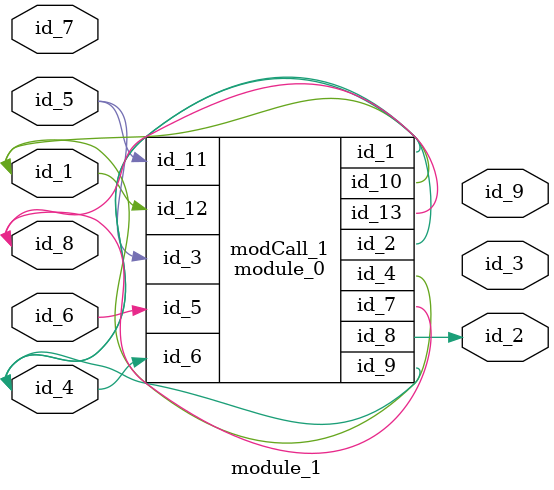
<source format=v>
module module_0 (
    id_1,
    id_2,
    id_3,
    id_4,
    id_5,
    id_6,
    id_7,
    id_8,
    id_9,
    id_10,
    id_11,
    id_12,
    id_13
);
  output wire id_13;
  input wire id_12;
  input wire id_11;
  inout wire id_10;
  output wire id_9;
  output wire id_8;
  output wire id_7;
  input wire id_6;
  input wire id_5;
  inout wire id_4;
  input wire id_3;
  inout wire id_2;
  output wire id_1;
  assign id_7 = "" & 1;
endmodule
module module_1 (
    id_1,
    id_2,
    id_3,
    id_4,
    id_5,
    id_6,
    id_7,
    id_8,
    id_9
);
  output wire id_9;
  inout wire id_8;
  input wire id_7;
  input wire id_6;
  input wire id_5;
  inout wire id_4;
  output wire id_3;
  module_0 modCall_1 (
      id_4,
      id_4,
      id_5,
      id_1,
      id_6,
      id_4,
      id_8,
      id_2,
      id_4,
      id_1,
      id_5,
      id_1,
      id_8
  );
  output wire id_2;
  inout wire id_1;
endmodule

</source>
